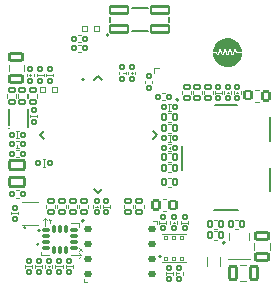
<source format=gto>
%TF.GenerationSoftware,KiCad,Pcbnew,9.0.1*%
%TF.CreationDate,2025-12-15T21:43:15-06:00*%
%TF.ProjectId,ProtoCore_v1,50726f74-6f43-46f7-9265-5f76312e6b69,rev?*%
%TF.SameCoordinates,Original*%
%TF.FileFunction,Legend,Top*%
%TF.FilePolarity,Positive*%
%FSLAX46Y46*%
G04 Gerber Fmt 4.6, Leading zero omitted, Abs format (unit mm)*
G04 Created by KiCad (PCBNEW 9.0.1) date 2025-12-15 21:43:15*
%MOMM*%
%LPD*%
G01*
G04 APERTURE LIST*
G04 Aperture macros list*
%AMRoundRect*
0 Rectangle with rounded corners*
0 $1 Rounding radius*
0 $2 $3 $4 $5 $6 $7 $8 $9 X,Y pos of 4 corners*
0 Add a 4 corners polygon primitive as box body*
4,1,4,$2,$3,$4,$5,$6,$7,$8,$9,$2,$3,0*
0 Add four circle primitives for the rounded corners*
1,1,$1+$1,$2,$3*
1,1,$1+$1,$4,$5*
1,1,$1+$1,$6,$7*
1,1,$1+$1,$8,$9*
0 Add four rect primitives between the rounded corners*
20,1,$1+$1,$2,$3,$4,$5,0*
20,1,$1+$1,$4,$5,$6,$7,0*
20,1,$1+$1,$6,$7,$8,$9,0*
20,1,$1+$1,$8,$9,$2,$3,0*%
G04 Aperture macros list end*
%ADD10C,0.100000*%
%ADD11C,0.120000*%
%ADD12C,0.150000*%
%ADD13C,0.125001*%
%ADD14C,0.000000*%
%ADD15C,0.127000*%
%ADD16C,0.200000*%
%ADD17C,0.161803*%
%ADD18C,0.177475*%
%ADD19C,0.010000*%
%ADD20R,0.580000X0.730000*%
%ADD21RoundRect,0.082500X-0.192500X0.197500X-0.192500X-0.197500X0.192500X-0.197500X0.192500X0.197500X0*%
%ADD22R,0.246234X0.804110*%
%ADD23R,0.246236X0.804111*%
%ADD24R,0.242472X0.804111*%
%ADD25R,0.246232X0.804111*%
%ADD26RoundRect,0.076500X0.243500X-0.178500X0.243500X0.178500X-0.243500X0.178500X-0.243500X-0.178500X0*%
%ADD27RoundRect,0.082500X0.197500X0.192500X-0.197500X0.192500X-0.197500X-0.192500X0.197500X-0.192500X0*%
%ADD28RoundRect,0.082500X0.192500X-0.197500X0.192500X0.197500X-0.192500X0.197500X-0.192500X-0.197500X0*%
%ADD29RoundRect,0.076500X-0.243500X0.178500X-0.243500X-0.178500X0.243500X-0.178500X0.243500X0.178500X0*%
%ADD30RoundRect,0.082500X-0.197500X-0.192500X0.197500X-0.192500X0.197500X0.192500X-0.197500X0.192500X0*%
%ADD31RoundRect,0.076500X0.178500X0.243500X-0.178500X0.243500X-0.178500X-0.243500X0.178500X-0.243500X0*%
%ADD32C,0.600000*%
%ADD33RoundRect,0.102000X-0.650000X0.375000X-0.650000X-0.375000X0.650000X-0.375000X0.650000X0.375000X0*%
%ADD34R,1.800000X0.800000*%
%ADD35C,0.290000*%
%ADD36RoundRect,0.125000X-0.250000X-0.125000X0.250000X-0.125000X0.250000X0.125000X-0.250000X0.125000X0*%
%ADD37R,3.000000X3.750000*%
%ADD38RoundRect,0.123750X-0.288750X-0.338750X0.288750X-0.338750X0.288750X0.338750X-0.288750X0.338750X0*%
%ADD39RoundRect,0.123750X-0.288750X-0.351250X0.288750X-0.351250X0.288750X0.351250X-0.288750X0.351250X0*%
%ADD40RoundRect,0.123750X0.288750X0.338750X-0.288750X0.338750X-0.288750X-0.338750X0.288750X-0.338750X0*%
%ADD41RoundRect,0.123750X0.288750X0.351250X-0.288750X0.351250X-0.288750X-0.351250X0.288750X-0.351250X0*%
%ADD42RoundRect,0.076500X-0.178500X-0.243500X0.178500X-0.243500X0.178500X0.243500X-0.178500X0.243500X0*%
%ADD43RoundRect,0.135000X0.540000X-0.315000X0.540000X0.315000X-0.540000X0.315000X-0.540000X-0.315000X0*%
%ADD44RoundRect,0.087500X-0.225000X-0.087500X0.225000X-0.087500X0.225000X0.087500X-0.225000X0.087500X0*%
%ADD45RoundRect,0.087500X-0.087500X-0.225000X0.087500X-0.225000X0.087500X0.225000X-0.087500X0.225000X0*%
%ADD46RoundRect,0.055000X-0.240000X-0.220000X0.240000X-0.220000X0.240000X0.220000X-0.240000X0.220000X0*%
%ADD47R,0.200000X0.600000*%
%ADD48R,0.200000X1.600000*%
%ADD49RoundRect,0.056250X0.143750X-0.131250X0.143750X0.131250X-0.143750X0.131250X-0.143750X-0.131250X0*%
%ADD50R,1.600000X1.000000*%
%ADD51R,0.275000X0.250000*%
%ADD52R,0.250000X0.275000*%
%ADD53RoundRect,0.135000X-0.540000X0.315000X-0.540000X-0.315000X0.540000X-0.315000X0.540000X0.315000X0*%
%ADD54RoundRect,0.135000X-0.315000X-0.540000X0.315000X-0.540000X0.315000X0.540000X-0.315000X0.540000X0*%
%ADD55RoundRect,0.102000X0.750000X0.300000X-0.750000X0.300000X-0.750000X-0.300000X0.750000X-0.300000X0*%
G04 APERTURE END LIST*
D10*
%TO.C,Y2*%
X151250000Y-93037500D02*
X151250000Y-93437500D01*
X151650000Y-93037500D02*
X151250000Y-93037500D01*
D11*
%TO.C,C37*%
X142875000Y-109699664D02*
X142875000Y-109915336D01*
X142875000Y-109807500D02*
X143475000Y-109807500D01*
X143475000Y-109699664D02*
X143475000Y-109915336D01*
D12*
%TO.C,U4*%
X138935000Y-97827500D02*
X138935000Y-96502499D01*
X140585000Y-98002501D02*
X140585000Y-96502499D01*
D13*
X138997500Y-98127500D02*
G75*
G02*
X138872500Y-98127500I-62500J0D01*
G01*
X138872500Y-98127500D02*
G75*
G02*
X138997500Y-98127500I62500J0D01*
G01*
D11*
%TO.C,R4*%
X143020000Y-104898641D02*
X143020000Y-104591359D01*
X143780000Y-104898641D02*
X143780000Y-104591359D01*
%TO.C,C31*%
X152545000Y-98650000D02*
X152545000Y-99250000D01*
X152652836Y-98650000D02*
X152437164Y-98650000D01*
X152652836Y-99250000D02*
X152437164Y-99250000D01*
%TO.C,C3*%
X150490000Y-94084663D02*
X150490000Y-94300337D01*
X151090000Y-94084663D02*
X151090000Y-94300337D01*
%TO.C,C26*%
X151675000Y-106202836D02*
X151675000Y-105987164D01*
X152275000Y-106095000D02*
X151675000Y-106095000D01*
X152275000Y-106202836D02*
X152275000Y-105987164D01*
%TO.C,R7*%
X153620000Y-94921359D02*
X153620000Y-95228641D01*
X154380000Y-94921359D02*
X154380000Y-95228641D01*
%TO.C,C40*%
X141169098Y-109699664D02*
X141169098Y-109915336D01*
X141169098Y-109807500D02*
X141769098Y-109807500D01*
X141769098Y-109699664D02*
X141769098Y-109915336D01*
D14*
%TO.C,G\u002A\u002A\u002A*%
G36*
X156832095Y-91557697D02*
G01*
X156836568Y-91569369D01*
X156844946Y-91591968D01*
X156856637Y-91623869D01*
X156871047Y-91663443D01*
X156887584Y-91709063D01*
X156905655Y-91759102D01*
X156920771Y-91801094D01*
X156939552Y-91852898D01*
X156957300Y-91901024D01*
X156973432Y-91943947D01*
X156987361Y-91980143D01*
X156998502Y-92008086D01*
X157006269Y-92026252D01*
X157009743Y-92032822D01*
X157025832Y-92043053D01*
X157044007Y-92042350D01*
X157059220Y-92031044D01*
X157060291Y-92029487D01*
X157065551Y-92018622D01*
X157074330Y-91997433D01*
X157085747Y-91968184D01*
X157098916Y-91933141D01*
X157112953Y-91894567D01*
X157112994Y-91894452D01*
X157144299Y-91807326D01*
X157171374Y-91732577D01*
X157194207Y-91670243D01*
X157212783Y-91620360D01*
X157227088Y-91582966D01*
X157237109Y-91558098D01*
X157242831Y-91545793D01*
X157244042Y-91544360D01*
X157247380Y-91550326D01*
X157254354Y-91566909D01*
X157264195Y-91592137D01*
X157276131Y-91624041D01*
X157288946Y-91659390D01*
X157305669Y-91706198D01*
X157325023Y-91760373D01*
X157345152Y-91816721D01*
X157364201Y-91870050D01*
X157374107Y-91897786D01*
X157392438Y-91947646D01*
X157407761Y-91985811D01*
X157420673Y-92013431D01*
X157431773Y-92031651D01*
X157441656Y-92041620D01*
X157450451Y-92044491D01*
X157457268Y-92042558D01*
X157464547Y-92035990D01*
X157472824Y-92023638D01*
X157482635Y-92004353D01*
X157494515Y-91976983D01*
X157508999Y-91940379D01*
X157526624Y-91893392D01*
X157547403Y-91836314D01*
X157565710Y-91785414D01*
X157583467Y-91735779D01*
X157599905Y-91689576D01*
X157614258Y-91648970D01*
X157625758Y-91616126D01*
X157633637Y-91593211D01*
X157634735Y-91589937D01*
X157643910Y-91563651D01*
X157650363Y-91548758D01*
X157654922Y-91543797D01*
X157658418Y-91547306D01*
X157658647Y-91547836D01*
X157662095Y-91556959D01*
X157669506Y-91577152D01*
X157680341Y-91606932D01*
X157694063Y-91644814D01*
X157710135Y-91689315D01*
X157728019Y-91738951D01*
X157747177Y-91792236D01*
X157747963Y-91794426D01*
X157767280Y-91847634D01*
X157785610Y-91897028D01*
X157802386Y-91941158D01*
X157817039Y-91978574D01*
X157829002Y-92007826D01*
X157837705Y-92027467D01*
X157842582Y-92036045D01*
X157842712Y-92036156D01*
X157861880Y-92043869D01*
X157881364Y-92040988D01*
X157892344Y-92032822D01*
X157896925Y-92023940D01*
X157905405Y-92004024D01*
X157917209Y-91974601D01*
X157931761Y-91937199D01*
X157948486Y-91893348D01*
X157966808Y-91844577D01*
X157986154Y-91792413D01*
X158005946Y-91738386D01*
X158025611Y-91684024D01*
X158044572Y-91630856D01*
X158058106Y-91592337D01*
X158067639Y-91566758D01*
X158076028Y-91547430D01*
X158082156Y-91536761D01*
X158084438Y-91535656D01*
X158088246Y-91543584D01*
X158095504Y-91561699D01*
X158105287Y-91587589D01*
X158116671Y-91618843D01*
X158121021Y-91631049D01*
X158132686Y-91663936D01*
X158142900Y-91692652D01*
X158150769Y-91714689D01*
X158155398Y-91727541D01*
X158156089Y-91729409D01*
X158159824Y-91731636D01*
X158169844Y-91733459D01*
X158187164Y-91734911D01*
X158212797Y-91736024D01*
X158247756Y-91736831D01*
X158293057Y-91737366D01*
X158349712Y-91737659D01*
X158415286Y-91737744D01*
X158671307Y-91737744D01*
X158671268Y-91772753D01*
X158670212Y-91795152D01*
X158667418Y-91825583D01*
X158663394Y-91858931D01*
X158661251Y-91873957D01*
X158636174Y-91997275D01*
X158599325Y-92115340D01*
X158551414Y-92227602D01*
X158493149Y-92333506D01*
X158425241Y-92432502D01*
X158348399Y-92524037D01*
X158263332Y-92607559D01*
X158170749Y-92682516D01*
X158071361Y-92748355D01*
X157965876Y-92804525D01*
X157855004Y-92850473D01*
X157739454Y-92885646D01*
X157619935Y-92909494D01*
X157497158Y-92921464D01*
X157371831Y-92921003D01*
X157320953Y-92917196D01*
X157196033Y-92898662D01*
X157074084Y-92867456D01*
X156956135Y-92824101D01*
X156843215Y-92769120D01*
X156736354Y-92703035D01*
X156636581Y-92626370D01*
X156544926Y-92539647D01*
X156516206Y-92508426D01*
X156439714Y-92412769D01*
X156371999Y-92308510D01*
X156314703Y-92198311D01*
X156290791Y-92142610D01*
X156273340Y-92093872D01*
X156256696Y-92038017D01*
X156241579Y-91978362D01*
X156228707Y-91918222D01*
X156218797Y-91860913D01*
X156212567Y-91809751D01*
X156210700Y-91772753D01*
X156210661Y-91737744D01*
X156336180Y-91737744D01*
X156461699Y-91737744D01*
X156513921Y-91872780D01*
X156533516Y-91923389D01*
X156548996Y-91962928D01*
X156561065Y-91992762D01*
X156570430Y-92014256D01*
X156577795Y-92028775D01*
X156583865Y-92037683D01*
X156589347Y-92042346D01*
X156594946Y-92044129D01*
X156601366Y-92044396D01*
X156602602Y-92044389D01*
X156619400Y-92042403D01*
X156629346Y-92038845D01*
X156632258Y-92035096D01*
X156636905Y-92026062D01*
X156643577Y-92010986D01*
X156652568Y-91989112D01*
X156664169Y-91959682D01*
X156678673Y-91921940D01*
X156696371Y-91875128D01*
X156717557Y-91818488D01*
X156742522Y-91751265D01*
X156771558Y-91672701D01*
X156790598Y-91621047D01*
X156822527Y-91534357D01*
X156832095Y-91557697D01*
G37*
G36*
X157564201Y-90482913D02*
G01*
X157641019Y-90492813D01*
X157719090Y-90508703D01*
X157742506Y-90514469D01*
X157862819Y-90550898D01*
X157974702Y-90597004D01*
X158079515Y-90653560D01*
X158178615Y-90721343D01*
X158273360Y-90801126D01*
X158314588Y-90840801D01*
X158400819Y-90935099D01*
X158474546Y-91033253D01*
X158536252Y-91136087D01*
X158586420Y-91244423D01*
X158625534Y-91359085D01*
X158631409Y-91380351D01*
X158641610Y-91422338D01*
X158651172Y-91468564D01*
X158659500Y-91515451D01*
X158665999Y-91559421D01*
X158670073Y-91596896D01*
X158671185Y-91619380D01*
X158671307Y-91644386D01*
X158451249Y-91644386D01*
X158398590Y-91644320D01*
X158350450Y-91644131D01*
X158308381Y-91643837D01*
X158273938Y-91643453D01*
X158248675Y-91642995D01*
X158234147Y-91642479D01*
X158231191Y-91642107D01*
X158228919Y-91634116D01*
X158222624Y-91615763D01*
X158213085Y-91589127D01*
X158201084Y-91556287D01*
X158187402Y-91519322D01*
X158172819Y-91480312D01*
X158158116Y-91441335D01*
X158144075Y-91404472D01*
X158131474Y-91371800D01*
X158121097Y-91345400D01*
X158113722Y-91327349D01*
X158110136Y-91319734D01*
X158097598Y-91313146D01*
X158079183Y-91311245D01*
X158061466Y-91314044D01*
X158052287Y-91319592D01*
X158049385Y-91324789D01*
X158044475Y-91336084D01*
X158037284Y-91354225D01*
X158027536Y-91379961D01*
X158014958Y-91414037D01*
X157999276Y-91457203D01*
X157980214Y-91510206D01*
X157957499Y-91573794D01*
X157930857Y-91648715D01*
X157910165Y-91707056D01*
X157895422Y-91748464D01*
X157884377Y-91778615D01*
X157876331Y-91798841D01*
X157870586Y-91810475D01*
X157866444Y-91814851D01*
X157863204Y-91813302D01*
X157860169Y-91807160D01*
X157859122Y-91804428D01*
X157855462Y-91794443D01*
X157847828Y-91773450D01*
X157836777Y-91742987D01*
X157822865Y-91704591D01*
X157806650Y-91659799D01*
X157788687Y-91610146D01*
X157770930Y-91561031D01*
X157751773Y-91508459D01*
X157733653Y-91459556D01*
X157717149Y-91415819D01*
X157702838Y-91378746D01*
X157691299Y-91349835D01*
X157683109Y-91330584D01*
X157678980Y-91322635D01*
X157664891Y-91313863D01*
X157646853Y-91311256D01*
X157631061Y-91315207D01*
X157626283Y-91319301D01*
X157621248Y-91329189D01*
X157613458Y-91348179D01*
X157604346Y-91372711D01*
X157601443Y-91380984D01*
X157594262Y-91401589D01*
X157583851Y-91431263D01*
X157570909Y-91468028D01*
X157556138Y-91509904D01*
X157540236Y-91554912D01*
X157523906Y-91601074D01*
X157507848Y-91646411D01*
X157492761Y-91688943D01*
X157479347Y-91726692D01*
X157468306Y-91757678D01*
X157460338Y-91779924D01*
X157456278Y-91791091D01*
X157451006Y-91801776D01*
X157446504Y-91800639D01*
X157444771Y-91797760D01*
X157441387Y-91789361D01*
X157434082Y-91769864D01*
X157423390Y-91740742D01*
X157409847Y-91703468D01*
X157393988Y-91659514D01*
X157376348Y-91610352D01*
X157357548Y-91557697D01*
X157338644Y-91504886D01*
X157320927Y-91455892D01*
X157304941Y-91412177D01*
X157291225Y-91375201D01*
X157280322Y-91346422D01*
X157272773Y-91327302D01*
X157269120Y-91319301D01*
X157255752Y-91311620D01*
X157237899Y-91311805D01*
X157221282Y-91319139D01*
X157214640Y-91326118D01*
X157209441Y-91336858D01*
X157200694Y-91358036D01*
X157189233Y-91387497D01*
X157175893Y-91423084D01*
X157161510Y-91462641D01*
X157158469Y-91471156D01*
X157130983Y-91548194D01*
X157107569Y-91613428D01*
X157087926Y-91667653D01*
X157071749Y-91711665D01*
X157058738Y-91746259D01*
X157048589Y-91772229D01*
X157041001Y-91790371D01*
X157035670Y-91801480D01*
X157032294Y-91806351D01*
X157030927Y-91806470D01*
X157027717Y-91800121D01*
X157021420Y-91784700D01*
X157011857Y-91759716D01*
X156998847Y-91724678D01*
X156982211Y-91679097D01*
X156961769Y-91622481D01*
X156937339Y-91554341D01*
X156908744Y-91474185D01*
X156902950Y-91457911D01*
X156888681Y-91418348D01*
X156875502Y-91382804D01*
X156864191Y-91353304D01*
X156855530Y-91331870D01*
X156850296Y-91320528D01*
X156849645Y-91319541D01*
X156836609Y-91312591D01*
X156818618Y-91311545D01*
X156802647Y-91316340D01*
X156798295Y-91319988D01*
X156793658Y-91329006D01*
X156785489Y-91348358D01*
X156774678Y-91375795D01*
X156762116Y-91409068D01*
X156751413Y-91438352D01*
X156736101Y-91480645D01*
X156719391Y-91526440D01*
X156701903Y-91574073D01*
X156684256Y-91621885D01*
X156667069Y-91668212D01*
X156650962Y-91711395D01*
X156636553Y-91749769D01*
X156624461Y-91781675D01*
X156615307Y-91805450D01*
X156609709Y-91819433D01*
X156608274Y-91822480D01*
X156605225Y-91817484D01*
X156598454Y-91802270D01*
X156588924Y-91779113D01*
X156577594Y-91750282D01*
X156576021Y-91746191D01*
X156564183Y-91715222D01*
X156553848Y-91688034D01*
X156546093Y-91667463D01*
X156541990Y-91656345D01*
X156541888Y-91656056D01*
X156539694Y-91652421D01*
X156534908Y-91649625D01*
X156525959Y-91647560D01*
X156511276Y-91646117D01*
X156489287Y-91645187D01*
X156458421Y-91644661D01*
X156417108Y-91644431D01*
X156373263Y-91644386D01*
X156208694Y-91644386D01*
X156213033Y-91587932D01*
X156228710Y-91469652D01*
X156256977Y-91353737D01*
X156297164Y-91241117D01*
X156348602Y-91132723D01*
X156410621Y-91029485D01*
X156482551Y-90932334D01*
X156563723Y-90842200D01*
X156653468Y-90760014D01*
X156751115Y-90686705D01*
X156855996Y-90623206D01*
X156935347Y-90584200D01*
X157039706Y-90542635D01*
X157142957Y-90512074D01*
X157248570Y-90491727D01*
X157360015Y-90480801D01*
X157395958Y-90479214D01*
X157484045Y-90478536D01*
X157564201Y-90482913D01*
G37*
D11*
%TO.C,C9*%
X152412164Y-96050000D02*
X152627836Y-96050000D01*
X152412164Y-96650000D02*
X152627836Y-96650000D01*
X152520000Y-96650000D02*
X152520000Y-96050000D01*
%TO.C,C25*%
X139125000Y-105197164D02*
X139125000Y-105412836D01*
X139125000Y-105305000D02*
X139725000Y-105305000D01*
X139725000Y-105197164D02*
X139725000Y-105412836D01*
%TO.C,R22*%
X152673641Y-97720000D02*
X152366359Y-97720000D01*
X152673641Y-98480000D02*
X152366359Y-98480000D01*
%TO.C,R3*%
X142095000Y-104898641D02*
X142095000Y-104591359D01*
X142855000Y-104898641D02*
X142855000Y-104591359D01*
%TO.C,R15*%
X138800000Y-95201359D02*
X138800000Y-95508641D01*
X139560000Y-95201359D02*
X139560000Y-95508641D01*
%TO.C,C11*%
X146875000Y-104637164D02*
X146875000Y-104852836D01*
X146875000Y-104745000D02*
X147475000Y-104745000D01*
X147475000Y-104637164D02*
X147475000Y-104852836D01*
D15*
%TO.C,U1*%
X141557864Y-98665434D02*
X141890204Y-98333094D01*
X141557864Y-98665434D02*
X141890204Y-98997774D01*
X146507611Y-93715687D02*
X146175271Y-94048027D01*
X146507611Y-93715687D02*
X146839951Y-94048027D01*
X146507611Y-103615181D02*
X146175271Y-103282841D01*
X146507611Y-103615181D02*
X146839951Y-103282841D01*
X151457358Y-98665434D02*
X151125018Y-98333094D01*
X151457358Y-98665434D02*
X151125018Y-98997774D01*
D16*
X145292141Y-93980852D02*
G75*
G02*
X145142141Y-93980852I-75000J0D01*
G01*
X145142141Y-93980852D02*
G75*
G02*
X145292141Y-93980852I75000J0D01*
G01*
D11*
%TO.C,R13*%
X156573641Y-106795000D02*
X156266359Y-106795000D01*
X156573641Y-107555000D02*
X156266359Y-107555000D01*
%TO.C,C5*%
X141275000Y-93702836D02*
X141275000Y-93487164D01*
X141875000Y-93595000D02*
X141275000Y-93595000D01*
X141875000Y-93702836D02*
X141875000Y-93487164D01*
%TO.C,C29*%
X156350000Y-95202836D02*
X156350000Y-94987164D01*
X156950000Y-95095000D02*
X156350000Y-95095000D01*
X156950000Y-95202836D02*
X156950000Y-94987164D01*
%TO.C,L3*%
X155715000Y-109025378D02*
X155715000Y-109824622D01*
X156835000Y-109025378D02*
X156835000Y-109824622D01*
%TO.C,C13*%
X139537163Y-103375000D02*
X139752837Y-103375000D01*
X139537163Y-103975000D02*
X139752837Y-103975000D01*
%TO.C,R11*%
X149595000Y-104898641D02*
X149595000Y-104591359D01*
X150355000Y-104898641D02*
X150355000Y-104591359D01*
%TO.C,C8*%
X142100000Y-93702836D02*
X142100000Y-93487164D01*
X142700000Y-93595000D02*
X142100000Y-93595000D01*
X142700000Y-93702836D02*
X142700000Y-93487164D01*
D16*
%TO.C,U7*%
X153550000Y-101625000D02*
X153550000Y-99575000D01*
X156350000Y-96100000D02*
X158250000Y-96100000D01*
X158325000Y-105000000D02*
X156324999Y-105000000D01*
X161050000Y-99150000D02*
X161050000Y-97150000D01*
X161050000Y-103450000D02*
X161050000Y-101450000D01*
X153275737Y-95700000D02*
G75*
G02*
X153074263Y-95700000I-100737J0D01*
G01*
X153074263Y-95700000D02*
G75*
G02*
X153275737Y-95700000I100737J0D01*
G01*
D11*
%TO.C,C15*%
X145027837Y-90230000D02*
X144812163Y-90230000D01*
X145027837Y-90830000D02*
X144812163Y-90830000D01*
%TO.C,C4*%
X140450000Y-93702836D02*
X140450000Y-93487164D01*
X140750000Y-93661418D02*
X140750000Y-93528582D01*
X140841418Y-93595000D02*
X140658582Y-93595000D01*
X141050000Y-93702836D02*
X141050000Y-93487164D01*
%TO.C,U6*%
X145250000Y-111150000D02*
X145250000Y-110900000D01*
X145250000Y-111160000D02*
X145550000Y-111160000D01*
X151450000Y-105950000D02*
X151150000Y-105950000D01*
X151450000Y-105960000D02*
X151450000Y-106210000D01*
D16*
X145300000Y-105950000D02*
G75*
G02*
X145100000Y-105950000I-100000J0D01*
G01*
X145100000Y-105950000D02*
G75*
G02*
X145300000Y-105950000I100000J0D01*
G01*
D11*
%TO.C,C10*%
X141895000Y-100750000D02*
X141895000Y-101350000D01*
X142002836Y-100750000D02*
X141787164Y-100750000D01*
X142002836Y-101350000D02*
X141787164Y-101350000D01*
%TO.C,C39*%
X140319098Y-109699664D02*
X140319098Y-109915336D01*
X140319098Y-109807500D02*
X140919098Y-109807500D01*
X140919098Y-109699664D02*
X140919098Y-109915336D01*
%TO.C,C7*%
X149050000Y-93537836D02*
X149050000Y-93322164D01*
X149350000Y-93496418D02*
X149350000Y-93363582D01*
X149441418Y-93430000D02*
X149258582Y-93430000D01*
X149650000Y-93537836D02*
X149650000Y-93322164D01*
%TO.C,C27*%
X159796919Y-94840000D02*
X160078081Y-94840000D01*
X159796919Y-95860000D02*
X160078081Y-95860000D01*
%TO.C,C34*%
X152228081Y-104102500D02*
X151946919Y-104102500D01*
X152228081Y-105122500D02*
X151946919Y-105122500D01*
%TO.C,C33*%
X152545000Y-99658582D02*
X152545000Y-99841418D01*
X152611418Y-99750000D02*
X152478582Y-99750000D01*
X152652836Y-99450000D02*
X152437164Y-99450000D01*
X152652836Y-100050000D02*
X152437164Y-100050000D01*
%TO.C,R17*%
X152366359Y-102320000D02*
X152673641Y-102320000D01*
X152366359Y-103080000D02*
X152673641Y-103080000D01*
%TO.C,C1*%
X138900000Y-93261252D02*
X138900000Y-92738748D01*
X140250000Y-93261252D02*
X140250000Y-92738748D01*
%TO.C,C6*%
X146050000Y-104637164D02*
X146050000Y-104852836D01*
X146258582Y-104745000D02*
X146441418Y-104745000D01*
X146350000Y-104678582D02*
X146350000Y-104811418D01*
X146650000Y-104637164D02*
X146650000Y-104852836D01*
%TO.C,C24*%
X139532164Y-98370000D02*
X139747836Y-98370000D01*
X139532164Y-98970000D02*
X139747836Y-98970000D01*
X139640000Y-98970000D02*
X139640000Y-98370000D01*
%TO.C,C23*%
X139532164Y-99170000D02*
X139747836Y-99170000D01*
X139532164Y-99770000D02*
X139747836Y-99770000D01*
X139640000Y-99770000D02*
X139640000Y-99520000D01*
%TO.C,R9*%
X148670000Y-104591359D02*
X148670000Y-104898641D01*
X149430000Y-104591359D02*
X149430000Y-104898641D01*
%TO.C,R8*%
X152366359Y-101095000D02*
X152673641Y-101095000D01*
X152366359Y-101855000D02*
X152673641Y-101855000D01*
%TO.C,C35*%
X143725000Y-109699664D02*
X143725000Y-109915336D01*
X143725000Y-109807500D02*
X144325000Y-109807500D01*
X144325000Y-109699664D02*
X144325000Y-109915336D01*
%TO.C,C38*%
X157150000Y-95202836D02*
X157150000Y-94987164D01*
X157450000Y-95161418D02*
X157450000Y-95028582D01*
X157541418Y-95095000D02*
X157358582Y-95095000D01*
X157750000Y-95202836D02*
X157750000Y-94987164D01*
%TO.C,C22*%
X140720000Y-96972164D02*
X140720000Y-97187836D01*
X140720000Y-97080000D02*
X141320000Y-97080000D01*
X141320000Y-96972164D02*
X141320000Y-97187836D01*
%TO.C,C18*%
X152600000Y-106202836D02*
X152600000Y-105987164D01*
X152900000Y-106161418D02*
X152900000Y-106028582D01*
X152991418Y-106095000D02*
X152808582Y-106095000D01*
X153200000Y-106202836D02*
X153200000Y-105987164D01*
%TO.C,U8*%
X141640000Y-108872500D02*
X141640000Y-108587500D01*
D10*
X141800000Y-105912500D02*
X142000000Y-105706250D01*
X142000000Y-106362500D02*
X142000000Y-105712500D01*
X142200000Y-105912500D02*
X142000000Y-105706250D01*
D11*
X142315000Y-108872500D02*
X141640000Y-108872500D01*
D10*
X142450000Y-105940625D02*
X142325000Y-105762500D01*
X142450000Y-106137500D02*
X142450000Y-105937500D01*
X142575000Y-105762500D02*
X142446875Y-105937500D01*
D11*
X144185000Y-106152500D02*
X144860000Y-106152500D01*
X144185000Y-108872500D02*
X145075000Y-108872500D01*
X144860000Y-106152500D02*
X144860000Y-106462500D01*
D10*
X144871875Y-108662500D02*
X145078125Y-108862499D01*
X144871875Y-109087499D02*
X145078125Y-108887500D01*
X144887500Y-108525000D02*
X145112500Y-108237500D01*
X145112500Y-108525000D02*
X144887500Y-108237500D01*
D17*
X141580901Y-106762500D02*
G75*
G02*
X141419099Y-106762500I-80901J0D01*
G01*
X141419099Y-106762500D02*
G75*
G02*
X141580901Y-106762500I80901J0D01*
G01*
D11*
%TO.C,C21*%
X152225000Y-110287164D02*
X152225000Y-110502836D01*
X152225000Y-110395000D02*
X152825000Y-110395000D01*
X152825000Y-110287164D02*
X152825000Y-110502836D01*
%TO.C,R5*%
X143945000Y-104591359D02*
X143945000Y-104898641D01*
X144705000Y-104591359D02*
X144705000Y-104898641D01*
%TO.C,C28*%
X142019098Y-109699664D02*
X142019098Y-109915336D01*
X142227680Y-109807500D02*
X142410516Y-109807500D01*
X142319098Y-109741082D02*
X142319098Y-109873918D01*
X142619098Y-109699664D02*
X142619098Y-109915336D01*
%TO.C,R12*%
X156573641Y-105870000D02*
X156266359Y-105870000D01*
X156573641Y-106630000D02*
X156266359Y-106630000D01*
%TO.C,C12*%
X148250000Y-93537836D02*
X148250000Y-93322164D01*
X148850000Y-93430000D02*
X148600000Y-93430000D01*
X148850000Y-93537836D02*
X148850000Y-93322164D01*
%TO.C,R14*%
X139700000Y-95201359D02*
X139700000Y-95508641D01*
X140460000Y-95201359D02*
X140460000Y-95508641D01*
D10*
%TO.C,U5*%
X140225000Y-106537500D02*
X140225000Y-106537500D01*
X140275000Y-106512500D02*
X140275000Y-106587500D01*
X141400000Y-104362500D02*
X140000000Y-104362500D01*
X141400000Y-106262500D02*
X140000000Y-106262500D01*
X140175000Y-106537500D02*
G75*
G02*
X140375000Y-106537500I100000J0D01*
G01*
X140378078Y-106537500D02*
G75*
G02*
X140175000Y-106512500I-103078J0D01*
G01*
D11*
%TO.C,R1*%
X140590000Y-95201359D02*
X140590000Y-95508641D01*
X141350000Y-95201359D02*
X141350000Y-95508641D01*
%TO.C,C16*%
X145037837Y-91050000D02*
X144822163Y-91050000D01*
X145037837Y-91650000D02*
X144822163Y-91650000D01*
%TO.C,C2*%
X139537163Y-99975000D02*
X139752837Y-99975000D01*
X139537163Y-100575000D02*
X139752837Y-100575000D01*
%TO.C,C14*%
X151893413Y-95143750D02*
X152109087Y-95143750D01*
X151893413Y-95743750D02*
X152109087Y-95743750D01*
%TO.C,U3*%
X153925000Y-107100000D02*
X151925000Y-107100000D01*
X153925000Y-109475000D02*
X151925000Y-109475000D01*
D18*
X151813737Y-108975000D02*
G75*
G02*
X151636263Y-108975000I-88737J0D01*
G01*
X151636263Y-108975000D02*
G75*
G02*
X151813737Y-108975000I88737J0D01*
G01*
D11*
%TO.C,C19*%
X153050000Y-110287164D02*
X153050000Y-110502836D01*
X153050000Y-110395000D02*
X153300000Y-110395000D01*
X153650000Y-110287164D02*
X153650000Y-110502836D01*
D10*
%TO.C,U10*%
X141319098Y-107925500D02*
X141319098Y-107925500D01*
X141319098Y-107925500D02*
X141419098Y-107925500D01*
X141269098Y-107925500D02*
G75*
G02*
X141469098Y-107925500I100000J0D01*
G01*
X141469098Y-107925500D02*
G75*
G02*
X141269098Y-107925500I-100000J0D01*
G01*
D11*
%TO.C,C32*%
X157950000Y-95202836D02*
X157950000Y-94987164D01*
X158250000Y-95161418D02*
X158250000Y-95028582D01*
X158341418Y-95095000D02*
X158158582Y-95095000D01*
X158550000Y-95202836D02*
X158550000Y-94987164D01*
%TO.C,R21*%
X152673641Y-96820000D02*
X152366359Y-96820000D01*
X152673641Y-97580000D02*
X152366359Y-97580000D01*
%TO.C,R6*%
X144870000Y-104591359D02*
X144870000Y-104898641D01*
X145630000Y-104591359D02*
X145630000Y-104898641D01*
%TO.C,R20*%
X154520000Y-95233641D02*
X154520000Y-94926359D01*
X155280000Y-95233641D02*
X155280000Y-94926359D01*
%TO.C,R10*%
X158348641Y-105870000D02*
X158041359Y-105870000D01*
X158348641Y-106630000D02*
X158041359Y-106630000D01*
%TO.C,C17*%
X159675000Y-107858748D02*
X159675000Y-108381252D01*
X161025000Y-107858748D02*
X161025000Y-108381252D01*
%TO.C,C20*%
X158513748Y-109675000D02*
X159036252Y-109675000D01*
X158513748Y-111025000D02*
X159036252Y-111025000D01*
%TO.C,C30*%
X153525000Y-105987164D02*
X153525000Y-106202836D01*
X153525000Y-106095000D02*
X154125000Y-106095000D01*
X154125000Y-105987164D02*
X154125000Y-106202836D01*
%TO.C,R2*%
X155420000Y-94926359D02*
X155420000Y-95233641D01*
X156180000Y-94926359D02*
X156180000Y-95233641D01*
%TO.C,R19*%
X152366359Y-100195000D02*
X152673641Y-100195000D01*
X152366359Y-100955000D02*
X152673641Y-100955000D01*
D10*
%TO.C,U2*%
X157525000Y-109200000D02*
X159325000Y-109200000D01*
X157550000Y-107606250D02*
X157550000Y-106993750D01*
X159300000Y-107606250D02*
X159300000Y-106993750D01*
D16*
X157225000Y-107800000D02*
G75*
G02*
X157025000Y-107800000I-100000J0D01*
G01*
X157025000Y-107800000D02*
G75*
G02*
X157225000Y-107800000I100000J0D01*
G01*
D15*
%TO.C,ANT1*%
X147500000Y-89086500D02*
X147500000Y-88713500D01*
X150686500Y-87900000D02*
X149313500Y-87900000D01*
X150686500Y-89900000D02*
X149313500Y-89900000D01*
X152500000Y-89086500D02*
X152500000Y-88713500D01*
D12*
X147350000Y-90200000D02*
G75*
G02*
X147200000Y-90200000I-75000J0D01*
G01*
X147200000Y-90200000D02*
G75*
G02*
X147350000Y-90200000I75000J0D01*
G01*
%TD*%
%LPC*%
D14*
G36*
X146850000Y-88725000D02*
G01*
X142797500Y-88725000D01*
X139025000Y-88725000D01*
X138990000Y-88730000D01*
X138930000Y-88750000D01*
X138825000Y-88825000D01*
X138750000Y-88930000D01*
X138730000Y-88990000D01*
X138725000Y-89025000D01*
X138725000Y-110975000D01*
X138737642Y-111034148D01*
X138782912Y-111143440D01*
X138866560Y-111227088D01*
X138975852Y-111272358D01*
X139035000Y-111275000D01*
X160985000Y-111275000D01*
X161044148Y-111272358D01*
X161153440Y-111227088D01*
X161237088Y-111143440D01*
X161282358Y-111034148D01*
X161285000Y-110975000D01*
X161285000Y-89025000D01*
X161280000Y-88990000D01*
X161260000Y-88930000D01*
X161185000Y-88825000D01*
X161080000Y-88750000D01*
X161020000Y-88730000D01*
X160985000Y-88725000D01*
X153160000Y-88725000D01*
X153160000Y-87800000D01*
X161560000Y-87800000D01*
X161740000Y-87840000D01*
X161910000Y-87930000D01*
X162050000Y-88060000D01*
X162130000Y-88190000D01*
X162180000Y-88320000D01*
X162200000Y-88440000D01*
X162200000Y-111560000D01*
X162170000Y-111710000D01*
X162120000Y-111830000D01*
X162040000Y-111950000D01*
X161940000Y-112040000D01*
X161830000Y-112120000D01*
X161700000Y-112170000D01*
X161520000Y-112200000D01*
X138440000Y-112200000D01*
X138300000Y-112170000D01*
X138190000Y-112130000D01*
X138100000Y-112070000D01*
X138030000Y-112020000D01*
X137940000Y-111920000D01*
X137890000Y-111850000D01*
X137820000Y-111670000D01*
X137800000Y-111550000D01*
X137800000Y-88430000D01*
X137840000Y-88260000D01*
X137920000Y-88110000D01*
X138000000Y-88010000D01*
X138140000Y-87900000D01*
X138290000Y-87830000D01*
X138440000Y-87800000D01*
X146850000Y-87800000D01*
X146850000Y-88725000D01*
G37*
D19*
X153775000Y-91050000D02*
X146075000Y-91050000D01*
X146075000Y-90500000D01*
X153150000Y-90500000D01*
X153150000Y-88350000D01*
X153775000Y-88350000D01*
X153775000Y-91050000D01*
G36*
X153775000Y-91050000D02*
G01*
X146075000Y-91050000D01*
X146075000Y-90500000D01*
X153150000Y-90500000D01*
X153150000Y-88350000D01*
X153775000Y-88350000D01*
X153775000Y-91050000D01*
G37*
X146850000Y-91050000D02*
X145875000Y-91050000D01*
X145875000Y-90175000D01*
X146850000Y-90175000D01*
X146850000Y-91050000D01*
G36*
X146850000Y-91050000D02*
G01*
X145875000Y-91050000D01*
X145875000Y-90175000D01*
X146850000Y-90175000D01*
X146850000Y-91050000D01*
G37*
D10*
X161450000Y-105750000D02*
X154900000Y-105750347D01*
X154900000Y-111300000D01*
X154377476Y-111300000D01*
X154377476Y-105250000D01*
X161450000Y-105250000D01*
X161450000Y-105750000D01*
G36*
X161450000Y-105750000D02*
G01*
X154900000Y-105750347D01*
X154900000Y-111300000D01*
X154377476Y-111300000D01*
X154377476Y-105250000D01*
X161450000Y-105250000D01*
X161450000Y-105750000D01*
G37*
D19*
%TO.C,U1*%
X142685699Y-98294203D02*
X142459425Y-98520477D01*
X141794744Y-97855797D01*
X142021018Y-97629523D01*
X142685699Y-98294203D01*
G36*
X142685699Y-98294203D02*
G01*
X142459425Y-98520477D01*
X141794744Y-97855797D01*
X142021018Y-97629523D01*
X142685699Y-98294203D01*
G37*
X142968542Y-98011360D02*
X142742267Y-98237634D01*
X142077587Y-97572954D01*
X142303861Y-97346680D01*
X142968542Y-98011360D01*
G36*
X142968542Y-98011360D02*
G01*
X142742267Y-98237634D01*
X142077587Y-97572954D01*
X142303861Y-97346680D01*
X142968542Y-98011360D01*
G37*
X142685699Y-99036665D02*
X142021018Y-99701345D01*
X141794744Y-99475071D01*
X142459425Y-98810391D01*
X142685699Y-99036665D01*
G36*
X142685699Y-99036665D02*
G01*
X142021018Y-99701345D01*
X141794744Y-99475071D01*
X142459425Y-98810391D01*
X142685699Y-99036665D01*
G37*
X143251384Y-97728518D02*
X143025110Y-97954792D01*
X142360430Y-97290111D01*
X142586704Y-97063837D01*
X143251384Y-97728518D01*
G36*
X143251384Y-97728518D02*
G01*
X143025110Y-97954792D01*
X142360430Y-97290111D01*
X142586704Y-97063837D01*
X143251384Y-97728518D01*
G37*
X142968542Y-99319508D02*
X142303861Y-99984188D01*
X142077587Y-99757914D01*
X142742267Y-99093234D01*
X142968542Y-99319508D01*
G36*
X142968542Y-99319508D02*
G01*
X142303861Y-99984188D01*
X142077587Y-99757914D01*
X142742267Y-99093234D01*
X142968542Y-99319508D01*
G37*
X143534227Y-97445675D02*
X143307953Y-97671949D01*
X142643272Y-97007269D01*
X142869547Y-96780994D01*
X143534227Y-97445675D01*
G36*
X143534227Y-97445675D02*
G01*
X143307953Y-97671949D01*
X142643272Y-97007269D01*
X142869547Y-96780994D01*
X143534227Y-97445675D01*
G37*
X143251384Y-99602350D02*
X142586704Y-100267031D01*
X142360430Y-100040757D01*
X143025110Y-99376076D01*
X143251384Y-99602350D01*
G36*
X143251384Y-99602350D02*
G01*
X142586704Y-100267031D01*
X142360430Y-100040757D01*
X143025110Y-99376076D01*
X143251384Y-99602350D01*
G37*
X143817070Y-97162832D02*
X143590796Y-97389106D01*
X142926115Y-96724426D01*
X143152389Y-96498152D01*
X143817070Y-97162832D01*
G36*
X143817070Y-97162832D02*
G01*
X143590796Y-97389106D01*
X142926115Y-96724426D01*
X143152389Y-96498152D01*
X143817070Y-97162832D01*
G37*
X143534227Y-99885193D02*
X142869547Y-100549874D01*
X142643272Y-100323599D01*
X143307953Y-99658919D01*
X143534227Y-99885193D01*
G36*
X143534227Y-99885193D02*
G01*
X142869547Y-100549874D01*
X142643272Y-100323599D01*
X143307953Y-99658919D01*
X143534227Y-99885193D01*
G37*
X144099912Y-96879989D02*
X143873638Y-97106264D01*
X143208958Y-96441583D01*
X143435232Y-96215309D01*
X144099912Y-96879989D01*
G36*
X144099912Y-96879989D02*
G01*
X143873638Y-97106264D01*
X143208958Y-96441583D01*
X143435232Y-96215309D01*
X144099912Y-96879989D01*
G37*
X143817070Y-100168036D02*
X143152389Y-100832716D01*
X142926115Y-100606442D01*
X143590796Y-99941762D01*
X143817070Y-100168036D01*
G36*
X143817070Y-100168036D02*
G01*
X143152389Y-100832716D01*
X142926115Y-100606442D01*
X143590796Y-99941762D01*
X143817070Y-100168036D01*
G37*
X144382755Y-96597147D02*
X144156481Y-96823421D01*
X143491801Y-96158740D01*
X143718075Y-95932466D01*
X144382755Y-96597147D01*
G36*
X144382755Y-96597147D02*
G01*
X144156481Y-96823421D01*
X143491801Y-96158740D01*
X143718075Y-95932466D01*
X144382755Y-96597147D01*
G37*
X144099912Y-100450879D02*
X143435232Y-101115559D01*
X143208958Y-100889285D01*
X143873638Y-100224604D01*
X144099912Y-100450879D01*
G36*
X144099912Y-100450879D02*
G01*
X143435232Y-101115559D01*
X143208958Y-100889285D01*
X143873638Y-100224604D01*
X144099912Y-100450879D01*
G37*
X144665598Y-96314304D02*
X144439324Y-96540578D01*
X143774643Y-95875898D01*
X144000917Y-95649624D01*
X144665598Y-96314304D01*
G36*
X144665598Y-96314304D02*
G01*
X144439324Y-96540578D01*
X143774643Y-95875898D01*
X144000917Y-95649624D01*
X144665598Y-96314304D01*
G37*
X144382755Y-100733721D02*
X143718075Y-101398402D01*
X143491801Y-101172128D01*
X144156481Y-100507447D01*
X144382755Y-100733721D01*
G36*
X144382755Y-100733721D02*
G01*
X143718075Y-101398402D01*
X143491801Y-101172128D01*
X144156481Y-100507447D01*
X144382755Y-100733721D01*
G37*
X144948441Y-96031461D02*
X144722166Y-96257735D01*
X144057486Y-95593055D01*
X144283760Y-95366781D01*
X144948441Y-96031461D01*
G36*
X144948441Y-96031461D02*
G01*
X144722166Y-96257735D01*
X144057486Y-95593055D01*
X144283760Y-95366781D01*
X144948441Y-96031461D01*
G37*
X144665598Y-101016564D02*
X144000917Y-101681244D01*
X143774643Y-101454970D01*
X144439324Y-100790290D01*
X144665598Y-101016564D01*
G36*
X144665598Y-101016564D02*
G01*
X144000917Y-101681244D01*
X143774643Y-101454970D01*
X144439324Y-100790290D01*
X144665598Y-101016564D01*
G37*
X145231283Y-95748619D02*
X145005009Y-95974893D01*
X144340329Y-95310212D01*
X144566603Y-95083938D01*
X145231283Y-95748619D01*
G36*
X145231283Y-95748619D02*
G01*
X145005009Y-95974893D01*
X144340329Y-95310212D01*
X144566603Y-95083938D01*
X145231283Y-95748619D01*
G37*
X144948441Y-101299407D02*
X144283760Y-101964087D01*
X144057486Y-101737813D01*
X144722166Y-101073133D01*
X144948441Y-101299407D01*
G36*
X144948441Y-101299407D02*
G01*
X144283760Y-101964087D01*
X144057486Y-101737813D01*
X144722166Y-101073133D01*
X144948441Y-101299407D01*
G37*
X145514126Y-95465776D02*
X145287852Y-95692050D01*
X144623171Y-95027370D01*
X144849446Y-94801095D01*
X145514126Y-95465776D01*
G36*
X145514126Y-95465776D02*
G01*
X145287852Y-95692050D01*
X144623171Y-95027370D01*
X144849446Y-94801095D01*
X145514126Y-95465776D01*
G37*
X145231283Y-101582249D02*
X144566603Y-102246930D01*
X144340329Y-102020656D01*
X145005009Y-101355975D01*
X145231283Y-101582249D01*
G36*
X145231283Y-101582249D02*
G01*
X144566603Y-102246930D01*
X144340329Y-102020656D01*
X145005009Y-101355975D01*
X145231283Y-101582249D01*
G37*
X145796969Y-95182933D02*
X145570695Y-95409207D01*
X144906014Y-94744527D01*
X145132288Y-94518253D01*
X145796969Y-95182933D01*
G36*
X145796969Y-95182933D02*
G01*
X145570695Y-95409207D01*
X144906014Y-94744527D01*
X145132288Y-94518253D01*
X145796969Y-95182933D01*
G37*
X145514126Y-101865092D02*
X144849446Y-102529773D01*
X144623171Y-102303498D01*
X145287852Y-101638818D01*
X145514126Y-101865092D01*
G36*
X145514126Y-101865092D02*
G01*
X144849446Y-102529773D01*
X144623171Y-102303498D01*
X145287852Y-101638818D01*
X145514126Y-101865092D01*
G37*
X146079811Y-94900090D02*
X145853537Y-95126365D01*
X145188857Y-94461684D01*
X145415131Y-94235410D01*
X146079811Y-94900090D01*
G36*
X146079811Y-94900090D02*
G01*
X145853537Y-95126365D01*
X145188857Y-94461684D01*
X145415131Y-94235410D01*
X146079811Y-94900090D01*
G37*
X145796969Y-102147935D02*
X145132288Y-102812615D01*
X144906014Y-102586341D01*
X145570695Y-101921661D01*
X145796969Y-102147935D01*
G36*
X145796969Y-102147935D02*
G01*
X145132288Y-102812615D01*
X144906014Y-102586341D01*
X145570695Y-101921661D01*
X145796969Y-102147935D01*
G37*
X146362654Y-94617248D02*
X146136380Y-94843522D01*
X145471700Y-94178841D01*
X145697974Y-93952567D01*
X146362654Y-94617248D01*
G36*
X146362654Y-94617248D02*
G01*
X146136380Y-94843522D01*
X145471700Y-94178841D01*
X145697974Y-93952567D01*
X146362654Y-94617248D01*
G37*
X146079811Y-102430778D02*
X145415131Y-103095458D01*
X145188857Y-102869184D01*
X145853537Y-102204503D01*
X146079811Y-102430778D01*
G36*
X146079811Y-102430778D02*
G01*
X145415131Y-103095458D01*
X145188857Y-102869184D01*
X145853537Y-102204503D01*
X146079811Y-102430778D01*
G37*
X146362654Y-102713620D02*
X145697974Y-103378301D01*
X145471700Y-103152027D01*
X146136380Y-102487346D01*
X146362654Y-102713620D01*
G36*
X146362654Y-102713620D02*
G01*
X145697974Y-103378301D01*
X145471700Y-103152027D01*
X146136380Y-102487346D01*
X146362654Y-102713620D01*
G37*
X149336038Y-98665434D02*
X146507611Y-101493861D01*
X143679184Y-98665434D01*
X146507611Y-95837007D01*
X149336038Y-98665434D01*
G36*
X149336038Y-98665434D02*
G01*
X146507611Y-101493861D01*
X143679184Y-98665434D01*
X146507611Y-95837007D01*
X149336038Y-98665434D01*
G37*
X147543522Y-103152027D02*
X147317248Y-103378301D01*
X146652568Y-102713620D01*
X146878842Y-102487346D01*
X147543522Y-103152027D01*
G36*
X147543522Y-103152027D02*
G01*
X147317248Y-103378301D01*
X146652568Y-102713620D01*
X146878842Y-102487346D01*
X147543522Y-103152027D01*
G37*
X147826365Y-102869184D02*
X147600091Y-103095458D01*
X146935411Y-102430778D01*
X147161685Y-102204503D01*
X147826365Y-102869184D01*
G36*
X147826365Y-102869184D02*
G01*
X147600091Y-103095458D01*
X146935411Y-102430778D01*
X147161685Y-102204503D01*
X147826365Y-102869184D01*
G37*
X147543522Y-94178841D02*
X146878842Y-94843522D01*
X146652568Y-94617248D01*
X147317248Y-93952567D01*
X147543522Y-94178841D01*
G36*
X147543522Y-94178841D02*
G01*
X146878842Y-94843522D01*
X146652568Y-94617248D01*
X147317248Y-93952567D01*
X147543522Y-94178841D01*
G37*
X148109208Y-102586341D02*
X147882934Y-102812615D01*
X147218253Y-102147935D01*
X147444527Y-101921661D01*
X148109208Y-102586341D01*
G36*
X148109208Y-102586341D02*
G01*
X147882934Y-102812615D01*
X147218253Y-102147935D01*
X147444527Y-101921661D01*
X148109208Y-102586341D01*
G37*
X147826365Y-94461684D02*
X147161685Y-95126365D01*
X146935411Y-94900090D01*
X147600091Y-94235410D01*
X147826365Y-94461684D01*
G36*
X147826365Y-94461684D02*
G01*
X147161685Y-95126365D01*
X146935411Y-94900090D01*
X147600091Y-94235410D01*
X147826365Y-94461684D01*
G37*
X148392051Y-102303498D02*
X148165776Y-102529773D01*
X147501096Y-101865092D01*
X147727370Y-101638818D01*
X148392051Y-102303498D01*
G36*
X148392051Y-102303498D02*
G01*
X148165776Y-102529773D01*
X147501096Y-101865092D01*
X147727370Y-101638818D01*
X148392051Y-102303498D01*
G37*
X148109208Y-94744527D02*
X147444527Y-95409207D01*
X147218253Y-95182933D01*
X147882934Y-94518253D01*
X148109208Y-94744527D01*
G36*
X148109208Y-94744527D02*
G01*
X147444527Y-95409207D01*
X147218253Y-95182933D01*
X147882934Y-94518253D01*
X148109208Y-94744527D01*
G37*
X148674893Y-102020656D02*
X148448619Y-102246930D01*
X147783939Y-101582249D01*
X148010213Y-101355975D01*
X148674893Y-102020656D01*
G36*
X148674893Y-102020656D02*
G01*
X148448619Y-102246930D01*
X147783939Y-101582249D01*
X148010213Y-101355975D01*
X148674893Y-102020656D01*
G37*
X148392051Y-95027370D02*
X147727370Y-95692050D01*
X147501096Y-95465776D01*
X148165776Y-94801095D01*
X148392051Y-95027370D01*
G36*
X148392051Y-95027370D02*
G01*
X147727370Y-95692050D01*
X147501096Y-95465776D01*
X148165776Y-94801095D01*
X148392051Y-95027370D01*
G37*
X148957736Y-101737813D02*
X148731462Y-101964087D01*
X148066781Y-101299407D01*
X148293056Y-101073133D01*
X148957736Y-101737813D01*
G36*
X148957736Y-101737813D02*
G01*
X148731462Y-101964087D01*
X148066781Y-101299407D01*
X148293056Y-101073133D01*
X148957736Y-101737813D01*
G37*
X148674893Y-95310212D02*
X148010213Y-95974893D01*
X147783939Y-95748619D01*
X148448619Y-95083938D01*
X148674893Y-95310212D01*
G36*
X148674893Y-95310212D02*
G01*
X148010213Y-95974893D01*
X147783939Y-95748619D01*
X148448619Y-95083938D01*
X148674893Y-95310212D01*
G37*
X149240579Y-101454970D02*
X149014305Y-101681244D01*
X148349624Y-101016564D01*
X148575898Y-100790290D01*
X149240579Y-101454970D01*
G36*
X149240579Y-101454970D02*
G01*
X149014305Y-101681244D01*
X148349624Y-101016564D01*
X148575898Y-100790290D01*
X149240579Y-101454970D01*
G37*
X148957736Y-95593055D02*
X148293056Y-96257735D01*
X148066781Y-96031461D01*
X148731462Y-95366781D01*
X148957736Y-95593055D01*
G36*
X148957736Y-95593055D02*
G01*
X148293056Y-96257735D01*
X148066781Y-96031461D01*
X148731462Y-95366781D01*
X148957736Y-95593055D01*
G37*
X149523421Y-101172128D02*
X149297147Y-101398402D01*
X148632467Y-100733721D01*
X148858741Y-100507447D01*
X149523421Y-101172128D01*
G36*
X149523421Y-101172128D02*
G01*
X149297147Y-101398402D01*
X148632467Y-100733721D01*
X148858741Y-100507447D01*
X149523421Y-101172128D01*
G37*
X149240579Y-95875898D02*
X148575898Y-96540578D01*
X148349624Y-96314304D01*
X149014305Y-95649624D01*
X149240579Y-95875898D01*
G36*
X149240579Y-95875898D02*
G01*
X148575898Y-96540578D01*
X148349624Y-96314304D01*
X149014305Y-95649624D01*
X149240579Y-95875898D01*
G37*
X149806264Y-100889285D02*
X149579990Y-101115559D01*
X148915310Y-100450879D01*
X149141584Y-100224604D01*
X149806264Y-100889285D01*
G36*
X149806264Y-100889285D02*
G01*
X149579990Y-101115559D01*
X148915310Y-100450879D01*
X149141584Y-100224604D01*
X149806264Y-100889285D01*
G37*
X149523421Y-96158740D02*
X148858741Y-96823421D01*
X148632467Y-96597147D01*
X149297147Y-95932466D01*
X149523421Y-96158740D01*
G36*
X149523421Y-96158740D02*
G01*
X148858741Y-96823421D01*
X148632467Y-96597147D01*
X149297147Y-95932466D01*
X149523421Y-96158740D01*
G37*
X150089107Y-100606442D02*
X149862833Y-100832716D01*
X149198152Y-100168036D01*
X149424426Y-99941762D01*
X150089107Y-100606442D01*
G36*
X150089107Y-100606442D02*
G01*
X149862833Y-100832716D01*
X149198152Y-100168036D01*
X149424426Y-99941762D01*
X150089107Y-100606442D01*
G37*
X149806264Y-96441583D02*
X149141584Y-97106264D01*
X148915310Y-96879989D01*
X149579990Y-96215309D01*
X149806264Y-96441583D01*
G36*
X149806264Y-96441583D02*
G01*
X149141584Y-97106264D01*
X148915310Y-96879989D01*
X149579990Y-96215309D01*
X149806264Y-96441583D01*
G37*
X150371950Y-100323599D02*
X150145675Y-100549874D01*
X149480995Y-99885193D01*
X149707269Y-99658919D01*
X150371950Y-100323599D01*
G36*
X150371950Y-100323599D02*
G01*
X150145675Y-100549874D01*
X149480995Y-99885193D01*
X149707269Y-99658919D01*
X150371950Y-100323599D01*
G37*
X150089107Y-96724426D02*
X149424426Y-97389106D01*
X149198152Y-97162832D01*
X149862833Y-96498152D01*
X150089107Y-96724426D01*
G36*
X150089107Y-96724426D02*
G01*
X149424426Y-97389106D01*
X149198152Y-97162832D01*
X149862833Y-96498152D01*
X150089107Y-96724426D01*
G37*
X150654792Y-100040757D02*
X150428518Y-100267031D01*
X149763838Y-99602350D01*
X149990112Y-99376076D01*
X150654792Y-100040757D01*
G36*
X150654792Y-100040757D02*
G01*
X150428518Y-100267031D01*
X149763838Y-99602350D01*
X149990112Y-99376076D01*
X150654792Y-100040757D01*
G37*
X150371950Y-97007269D02*
X149707269Y-97671949D01*
X149480995Y-97445675D01*
X150145675Y-96780994D01*
X150371950Y-97007269D01*
G36*
X150371950Y-97007269D02*
G01*
X149707269Y-97671949D01*
X149480995Y-97445675D01*
X150145675Y-96780994D01*
X150371950Y-97007269D01*
G37*
X150937635Y-99757914D02*
X150711361Y-99984188D01*
X150046680Y-99319508D01*
X150272955Y-99093234D01*
X150937635Y-99757914D01*
G36*
X150937635Y-99757914D02*
G01*
X150711361Y-99984188D01*
X150046680Y-99319508D01*
X150272955Y-99093234D01*
X150937635Y-99757914D01*
G37*
X150654792Y-97290111D02*
X149990112Y-97954792D01*
X149763838Y-97728518D01*
X150428518Y-97063837D01*
X150654792Y-97290111D01*
G36*
X150654792Y-97290111D02*
G01*
X149990112Y-97954792D01*
X149763838Y-97728518D01*
X150428518Y-97063837D01*
X150654792Y-97290111D01*
G37*
X151220478Y-99475071D02*
X150994204Y-99701345D01*
X150329523Y-99036665D01*
X150555797Y-98810391D01*
X151220478Y-99475071D01*
G36*
X151220478Y-99475071D02*
G01*
X150994204Y-99701345D01*
X150329523Y-99036665D01*
X150555797Y-98810391D01*
X151220478Y-99475071D01*
G37*
X150937635Y-97572954D02*
X150272955Y-98237634D01*
X150046680Y-98011360D01*
X150711361Y-97346680D01*
X150937635Y-97572954D01*
G36*
X150937635Y-97572954D02*
G01*
X150272955Y-98237634D01*
X150046680Y-98011360D01*
X150711361Y-97346680D01*
X150937635Y-97572954D01*
G37*
X151220478Y-97855797D02*
X150555797Y-98520477D01*
X150329523Y-98294203D01*
X150994204Y-97629523D01*
X151220478Y-97855797D01*
G36*
X151220478Y-97855797D02*
G01*
X150555797Y-98520477D01*
X150329523Y-98294203D01*
X150994204Y-97629523D01*
X151220478Y-97855797D01*
G37*
%TO.C,U2*%
X158175000Y-107975000D02*
X157425000Y-107975000D01*
X157425000Y-107675000D01*
X158175000Y-107675000D01*
X158175000Y-107975000D01*
G36*
X158175000Y-107975000D02*
G01*
X157425000Y-107975000D01*
X157425000Y-107675000D01*
X158175000Y-107675000D01*
X158175000Y-107975000D01*
G37*
X158175000Y-108475000D02*
X157425000Y-108475000D01*
X157425000Y-108175000D01*
X158175000Y-108175000D01*
X158175000Y-108475000D01*
G36*
X158175000Y-108475000D02*
G01*
X157425000Y-108475000D01*
X157425000Y-108175000D01*
X158175000Y-108175000D01*
X158175000Y-108475000D01*
G37*
X158175000Y-108975000D02*
X157425000Y-108975000D01*
X157425000Y-108675000D01*
X158175000Y-108675000D01*
X158175000Y-108975000D01*
G36*
X158175000Y-108975000D02*
G01*
X157425000Y-108975000D01*
X157425000Y-108675000D01*
X158175000Y-108675000D01*
X158175000Y-108975000D01*
G37*
X158100000Y-107475000D02*
X157750000Y-107475000D01*
X157750000Y-106825000D01*
X158100000Y-106825000D01*
X158100000Y-107475000D01*
G36*
X158100000Y-107475000D02*
G01*
X157750000Y-107475000D01*
X157750000Y-106825000D01*
X158100000Y-106825000D01*
X158100000Y-107475000D01*
G37*
X158600000Y-107475000D02*
X158250000Y-107475000D01*
X158250000Y-106825000D01*
X158600000Y-106825000D01*
X158600000Y-107475000D01*
G36*
X158600000Y-107475000D02*
G01*
X158250000Y-107475000D01*
X158250000Y-106825000D01*
X158600000Y-106825000D01*
X158600000Y-107475000D01*
G37*
X159425000Y-107975000D02*
X158325000Y-107975000D01*
X158325000Y-107675000D01*
X159425000Y-107675000D01*
X159425000Y-107975000D01*
G36*
X159425000Y-107975000D02*
G01*
X158325000Y-107975000D01*
X158325000Y-107675000D01*
X159425000Y-107675000D01*
X159425000Y-107975000D01*
G37*
X159425000Y-108975000D02*
X158325000Y-108975000D01*
X158325000Y-108675000D01*
X159425000Y-108675000D01*
X159425000Y-108975000D01*
G36*
X159425000Y-108975000D02*
G01*
X158325000Y-108975000D01*
X158325000Y-108675000D01*
X159425000Y-108675000D01*
X159425000Y-108975000D01*
G37*
X159425000Y-108475000D02*
X158675000Y-108475000D01*
X158675000Y-108175000D01*
X159425000Y-108175000D01*
X159425000Y-108475000D01*
G36*
X159425000Y-108475000D02*
G01*
X158675000Y-108475000D01*
X158675000Y-108175000D01*
X159425000Y-108175000D01*
X159425000Y-108475000D01*
G37*
X159100000Y-107475000D02*
X158750000Y-107475000D01*
X158750000Y-106825000D01*
X159100000Y-106825000D01*
X159100000Y-107475000D01*
G36*
X159100000Y-107475000D02*
G01*
X158750000Y-107475000D01*
X158750000Y-106825000D01*
X159100000Y-106825000D01*
X159100000Y-107475000D01*
G37*
%TD*%
D20*
%TO.C,Y2*%
X151650000Y-93512500D03*
X151650000Y-94512500D03*
X152350000Y-94512500D03*
X152350000Y-93512500D03*
%TD*%
D21*
%TO.C,C37*%
X143175000Y-109327500D03*
X143175000Y-110287500D03*
%TD*%
D22*
%TO.C,U4*%
X139261883Y-97775444D03*
D23*
X139761882Y-97775444D03*
D24*
X140259999Y-97775444D03*
D23*
X140261881Y-96729556D03*
X139761882Y-96729556D03*
D25*
X139261884Y-96729556D03*
%TD*%
D26*
%TO.C,R4*%
X143400000Y-105240000D03*
X143400000Y-104250000D03*
%TD*%
D27*
%TO.C,C31*%
X153025000Y-98950000D03*
X152065000Y-98950000D03*
%TD*%
D21*
%TO.C,C3*%
X150790000Y-93712500D03*
X150790000Y-94672500D03*
%TD*%
D28*
%TO.C,C26*%
X151975000Y-106575000D03*
X151975000Y-105615000D03*
%TD*%
D29*
%TO.C,R7*%
X154000000Y-94580000D03*
X154000000Y-95570000D03*
%TD*%
D21*
%TO.C,C40*%
X141469098Y-109327500D03*
X141469098Y-110287500D03*
%TD*%
D30*
%TO.C,C9*%
X152040000Y-96350000D03*
X153000000Y-96350000D03*
%TD*%
D21*
%TO.C,C25*%
X139425000Y-104825000D03*
X139425000Y-105785000D03*
%TD*%
D31*
%TO.C,R22*%
X153015000Y-98100000D03*
X152025000Y-98100000D03*
%TD*%
D26*
%TO.C,R3*%
X142475000Y-105240000D03*
X142475000Y-104250000D03*
%TD*%
D29*
%TO.C,R15*%
X139180000Y-94860000D03*
X139180000Y-95850000D03*
%TD*%
D21*
%TO.C,C11*%
X147175000Y-104265000D03*
X147175000Y-105225000D03*
%TD*%
D32*
%TO.C,TP9*%
X149375000Y-102700000D03*
%TD*%
D33*
%TO.C,Y1*%
X139625000Y-101250002D03*
X139625000Y-102700000D03*
%TD*%
D31*
%TO.C,R13*%
X156915000Y-107175000D03*
X155925000Y-107175000D03*
%TD*%
D28*
%TO.C,C5*%
X141575000Y-94075000D03*
X141575000Y-93115000D03*
%TD*%
%TO.C,C29*%
X156650000Y-95575000D03*
X156650000Y-94615000D03*
%TD*%
D34*
%TO.C,L3*%
X156275000Y-108625001D03*
X156275000Y-110224999D03*
%TD*%
D30*
%TO.C,C13*%
X139165000Y-103675000D03*
X140125000Y-103675000D03*
%TD*%
D26*
%TO.C,R11*%
X149975000Y-105240000D03*
X149975000Y-104250000D03*
%TD*%
D28*
%TO.C,C8*%
X142400000Y-94075000D03*
X142400000Y-93115000D03*
%TD*%
D35*
%TO.C,U7*%
X154050000Y-97350000D03*
X154550000Y-97350000D03*
X155050000Y-97350000D03*
X155550000Y-97350000D03*
X156050000Y-97350000D03*
X156550000Y-97350000D03*
X157050000Y-97350000D03*
X158050000Y-97350000D03*
X158550000Y-97350000D03*
X159050000Y-97350000D03*
X159550000Y-97350000D03*
X160050000Y-97350000D03*
X160550000Y-97350000D03*
X154050000Y-97850000D03*
X154550000Y-97850000D03*
X155050000Y-97850000D03*
X155550000Y-97850000D03*
X156050000Y-97850000D03*
X156550000Y-97850000D03*
X157550000Y-97850000D03*
X158050000Y-97850000D03*
X158550000Y-97850000D03*
X159050000Y-97850000D03*
X159550000Y-97850000D03*
X160050000Y-97850000D03*
X160550000Y-97850000D03*
X154050000Y-98350000D03*
X154550000Y-98350000D03*
X155050000Y-98350000D03*
X155550000Y-98350000D03*
X156050000Y-98350000D03*
X156550000Y-98350000D03*
X157050000Y-97850000D03*
X157550000Y-97350000D03*
X157050000Y-98350000D03*
X157550000Y-98350000D03*
X158050000Y-98350000D03*
X158550000Y-98350000D03*
X159050000Y-98350000D03*
X159550000Y-98350000D03*
X160050000Y-98350000D03*
X160550000Y-98350000D03*
X154050000Y-98850000D03*
X154550000Y-98850000D03*
X155050000Y-98850000D03*
X155550000Y-98850000D03*
X159550000Y-98850000D03*
X160050000Y-98850000D03*
X160550000Y-98850000D03*
X154050000Y-99350000D03*
X154550000Y-99350000D03*
X155050000Y-99350000D03*
X156050000Y-99350000D03*
X156550000Y-99350000D03*
X157050000Y-99350000D03*
X157550000Y-99350000D03*
X158050000Y-99350000D03*
X158550000Y-99350000D03*
X159550000Y-99350000D03*
X160050000Y-99350000D03*
X160550000Y-99350000D03*
X154050000Y-99850000D03*
X154550000Y-99850000D03*
X155050000Y-99850000D03*
X156050000Y-99850000D03*
X158550000Y-99850000D03*
X159550000Y-99850000D03*
X160050000Y-99850000D03*
X160550000Y-99850000D03*
X154050000Y-100350000D03*
X154550000Y-100350000D03*
X155050000Y-100350000D03*
X156050000Y-100350000D03*
X158550000Y-100350000D03*
X159550000Y-100350000D03*
X160050000Y-100350000D03*
X160550000Y-100350000D03*
X154050000Y-100850000D03*
X154550000Y-100850000D03*
X155050000Y-100850000D03*
X156050000Y-100850000D03*
X158550000Y-100850000D03*
X159550000Y-100850000D03*
X160050000Y-100850000D03*
X160550000Y-100850000D03*
X156050000Y-101350000D03*
X158550000Y-101350000D03*
X159550000Y-101350000D03*
X160050000Y-101350000D03*
X160550000Y-101350000D03*
X154050000Y-101350000D03*
X154550000Y-101350000D03*
X155050000Y-101350000D03*
X156050000Y-101850000D03*
X156550000Y-101850000D03*
X157050000Y-101850000D03*
X157550000Y-101850000D03*
X158050000Y-101850000D03*
X158550000Y-101850000D03*
X159550000Y-101850000D03*
X160050000Y-101850000D03*
X160550000Y-101850000D03*
X159550000Y-102350000D03*
X160050000Y-102350000D03*
X160550000Y-102350000D03*
X154050000Y-102850000D03*
X154550000Y-102850000D03*
X155050000Y-102850000D03*
X155550000Y-102850000D03*
X154050000Y-102350000D03*
X154550000Y-102350000D03*
X155050000Y-102350000D03*
X156050000Y-102850000D03*
X154050000Y-101850000D03*
X154550000Y-101850000D03*
X155050000Y-101850000D03*
X156550000Y-102850000D03*
X157050000Y-102850000D03*
X157550000Y-102850000D03*
X158050000Y-102850000D03*
X158550000Y-102850000D03*
X159050000Y-102850000D03*
X159550000Y-102850000D03*
X160050000Y-102850000D03*
X160550000Y-102850000D03*
X154050000Y-103350000D03*
X154050000Y-103850000D03*
X154550000Y-103350000D03*
X155050000Y-103350000D03*
X155550000Y-103350000D03*
X156050000Y-103350000D03*
X156550000Y-103350000D03*
X157050000Y-103350000D03*
X157550000Y-103350000D03*
X158050000Y-103350000D03*
X158550000Y-103350000D03*
X159050000Y-103350000D03*
X159550000Y-103350000D03*
X160050000Y-103350000D03*
X160550000Y-103350000D03*
X154550000Y-103850000D03*
X155050000Y-103850000D03*
X155550000Y-103850000D03*
X156050000Y-103850000D03*
X156550000Y-103850000D03*
X157050000Y-103850000D03*
X157550000Y-103850000D03*
X158050000Y-103850000D03*
X158550000Y-103850000D03*
X159050000Y-103850000D03*
X159550000Y-103850000D03*
X160050000Y-103850000D03*
X160550000Y-103850000D03*
%TD*%
D27*
%TO.C,C15*%
X145400000Y-90530000D03*
X144440000Y-90530000D03*
%TD*%
D28*
%TO.C,C4*%
X140750000Y-94075000D03*
X140750000Y-93115000D03*
%TD*%
D32*
%TO.C,TP15*%
X151225000Y-101700000D03*
%TD*%
D36*
%TO.C,U6*%
X145650000Y-106645000D03*
X145650000Y-107915000D03*
X145650000Y-109185000D03*
X145650000Y-110455000D03*
X151050000Y-110455000D03*
X151050000Y-109185000D03*
X151050000Y-107915000D03*
X151050000Y-106645000D03*
D37*
X148350000Y-108550000D03*
%TD*%
D32*
%TO.C,TP8*%
X148875000Y-103375000D03*
%TD*%
D27*
%TO.C,C10*%
X142375000Y-101050000D03*
X141415000Y-101050000D03*
%TD*%
D21*
%TO.C,C39*%
X140619098Y-109327500D03*
X140619098Y-110287500D03*
%TD*%
D28*
%TO.C,C7*%
X149350000Y-93910000D03*
X149350000Y-92950000D03*
%TD*%
D38*
%TO.C,C27*%
X159200000Y-95337500D03*
D39*
X160675000Y-95350000D03*
%TD*%
D40*
%TO.C,C34*%
X152825000Y-104625000D03*
D41*
X151350000Y-104612500D03*
%TD*%
D32*
%TO.C,TP19*%
X139825000Y-109850000D03*
%TD*%
D27*
%TO.C,C33*%
X153025000Y-99750000D03*
X152065000Y-99750000D03*
%TD*%
D42*
%TO.C,R17*%
X152025000Y-102700000D03*
X153015000Y-102700000D03*
%TD*%
D43*
%TO.C,C1*%
X139575000Y-93900000D03*
X139575000Y-92100000D03*
%TD*%
D21*
%TO.C,C6*%
X146350000Y-104265000D03*
X146350000Y-105225000D03*
%TD*%
D30*
%TO.C,C24*%
X139160000Y-98670000D03*
X140120000Y-98670000D03*
%TD*%
%TO.C,C23*%
X139160000Y-99470000D03*
X140120000Y-99470000D03*
%TD*%
D29*
%TO.C,R9*%
X149050000Y-104250000D03*
X149050000Y-105240000D03*
%TD*%
D42*
%TO.C,R8*%
X152025000Y-101475000D03*
X153015000Y-101475000D03*
%TD*%
D32*
%TO.C,TP18*%
X150800000Y-105675000D03*
%TD*%
D21*
%TO.C,C35*%
X144025000Y-109327500D03*
X144025000Y-110287500D03*
%TD*%
D28*
%TO.C,C38*%
X157450000Y-95575000D03*
X157450000Y-94615000D03*
%TD*%
D21*
%TO.C,C22*%
X141020000Y-96600000D03*
X141020000Y-97560000D03*
%TD*%
D28*
%TO.C,C18*%
X152900000Y-106575000D03*
X152900000Y-105615000D03*
%TD*%
D44*
%TO.C,U8*%
X142087500Y-106762500D03*
X142087500Y-107262500D03*
X142087500Y-107762500D03*
X142087500Y-108262500D03*
D45*
X142750000Y-108425000D03*
X143250000Y-108425000D03*
X143750000Y-108425000D03*
D44*
X144412500Y-108262500D03*
X144412500Y-107762500D03*
X144412500Y-107262500D03*
X144412500Y-106762500D03*
D45*
X143750000Y-106600000D03*
X143250000Y-106600000D03*
X142750000Y-106600000D03*
%TD*%
D46*
%TO.C,L1*%
X141825000Y-94850000D03*
X142795000Y-94850000D03*
%TD*%
D21*
%TO.C,C21*%
X152525000Y-109915000D03*
X152525000Y-110875000D03*
%TD*%
D29*
%TO.C,R5*%
X144325000Y-104250000D03*
X144325000Y-105240000D03*
%TD*%
D21*
%TO.C,C28*%
X142319098Y-109327500D03*
X142319098Y-110287500D03*
%TD*%
D31*
%TO.C,R12*%
X156915000Y-106250000D03*
X155925000Y-106250000D03*
%TD*%
D28*
%TO.C,C12*%
X148550000Y-93910000D03*
X148550000Y-92950000D03*
%TD*%
D29*
%TO.C,R14*%
X140080000Y-94860000D03*
X140080000Y-95850000D03*
%TD*%
D47*
%TO.C,U5*%
X140300000Y-105812500D03*
D48*
X140700000Y-105312500D03*
D47*
X141100000Y-105812500D03*
X141100000Y-104812500D03*
X140300000Y-104812500D03*
%TD*%
D29*
%TO.C,R1*%
X140970000Y-94860000D03*
X140970000Y-95850000D03*
%TD*%
D27*
%TO.C,C16*%
X145410000Y-91350000D03*
X144450000Y-91350000D03*
%TD*%
D30*
%TO.C,C2*%
X139165000Y-100275000D03*
X140125000Y-100275000D03*
%TD*%
D46*
%TO.C,L2*%
X145410000Y-89700000D03*
X146380000Y-89700000D03*
%TD*%
D32*
%TO.C,TP11*%
X160675000Y-106225000D03*
%TD*%
%TO.C,TP20*%
X139300000Y-110725000D03*
%TD*%
D30*
%TO.C,C14*%
X151521250Y-95443750D03*
X152481250Y-95443750D03*
%TD*%
D49*
%TO.C,U3*%
X152275000Y-109187500D03*
X152925000Y-109187500D03*
X153575000Y-109187500D03*
X153575000Y-107412500D03*
X152925000Y-107412500D03*
X152275000Y-107412500D03*
D50*
X152925000Y-108300000D03*
%TD*%
D21*
%TO.C,C19*%
X153350000Y-109915000D03*
X153350000Y-110875000D03*
%TD*%
D51*
%TO.C,U10*%
X140932098Y-107925500D03*
X140932098Y-107425500D03*
D52*
X140669098Y-106913500D03*
X140169098Y-106913500D03*
X139669098Y-106913500D03*
D51*
X139406098Y-107425500D03*
X139406098Y-107925500D03*
D52*
X139669098Y-108437500D03*
X140169098Y-108437500D03*
X140669098Y-108437500D03*
%TD*%
D28*
%TO.C,C32*%
X158250000Y-95575000D03*
X158250000Y-94615000D03*
%TD*%
D31*
%TO.C,R21*%
X153015000Y-97200000D03*
X152025000Y-97200000D03*
%TD*%
D32*
%TO.C,TP14*%
X151150000Y-100850000D03*
%TD*%
D29*
%TO.C,R6*%
X145250000Y-104250000D03*
X145250000Y-105240000D03*
%TD*%
D26*
%TO.C,R20*%
X154900000Y-95575000D03*
X154900000Y-94585000D03*
%TD*%
D31*
%TO.C,R10*%
X158690000Y-106250000D03*
X157700000Y-106250000D03*
%TD*%
D53*
%TO.C,C17*%
X160350000Y-107220000D03*
X160350000Y-109020000D03*
%TD*%
D54*
%TO.C,C20*%
X157875000Y-110350000D03*
X159675000Y-110350000D03*
%TD*%
D21*
%TO.C,C30*%
X153825000Y-105615000D03*
X153825000Y-106575000D03*
%TD*%
D29*
%TO.C,R2*%
X155800000Y-94585000D03*
X155800000Y-95575000D03*
%TD*%
D42*
%TO.C,R19*%
X152025000Y-100575000D03*
X153015000Y-100575000D03*
%TD*%
D55*
%TO.C,ANT1*%
X148250000Y-89700000D03*
X151750000Y-89700000D03*
X151750000Y-88100000D03*
X148250000Y-88100000D03*
%TD*%
%LPD*%
M02*

</source>
